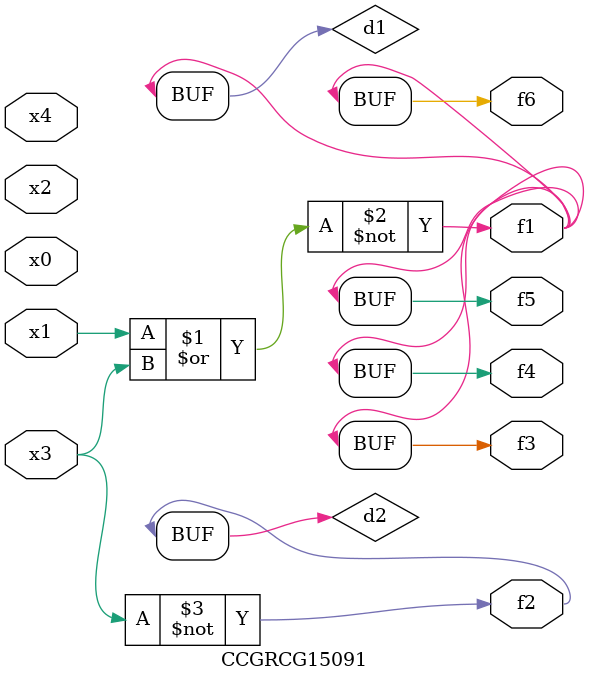
<source format=v>
module CCGRCG15091(
	input x0, x1, x2, x3, x4,
	output f1, f2, f3, f4, f5, f6
);

	wire d1, d2;

	nor (d1, x1, x3);
	not (d2, x3);
	assign f1 = d1;
	assign f2 = d2;
	assign f3 = d1;
	assign f4 = d1;
	assign f5 = d1;
	assign f6 = d1;
endmodule

</source>
